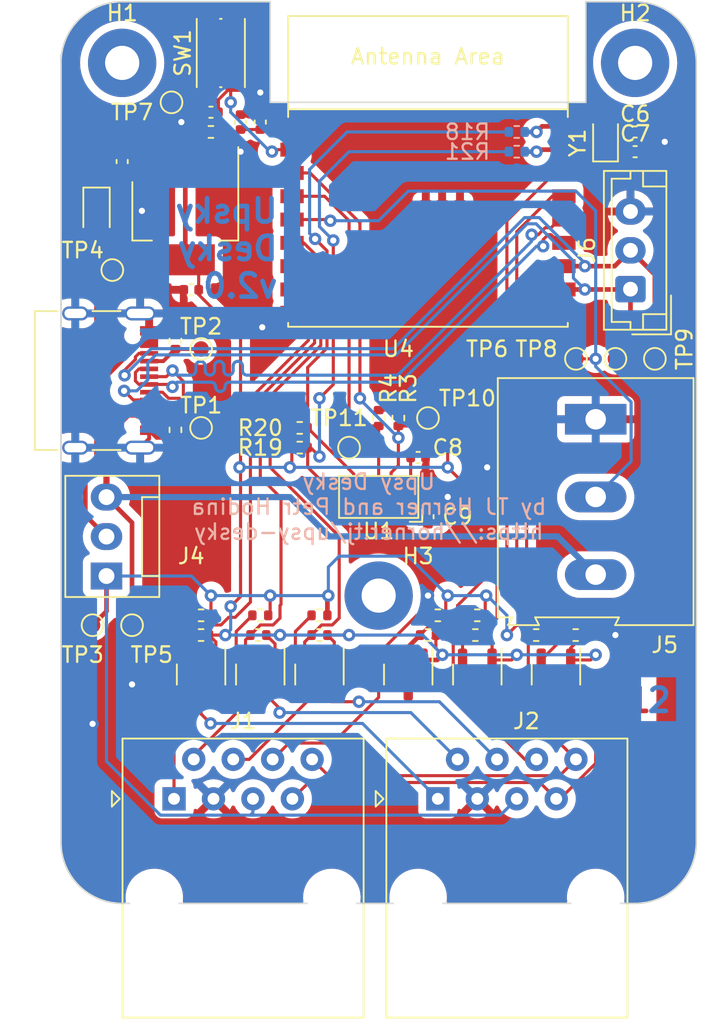
<source format=kicad_pcb>
(kicad_pcb (version 20221018) (generator pcbnew)
  (layers (0 "F.Cu" signal) (31 "B.Cu" signal) (34 "B.Paste" user) (35 "F.Paste" user) (36 "B.SilkS" user "B.Silkscreen") (37 "F.SilkS" user "F.Silkscreen") (38 "B.Mask" user) (39 "F.Mask" user) (44 "Edge.Cuts" user))
  (net 0 "")
  (net 1 "GND")
  (net 2 "VBUS")
  (net 3 "/DESK_2")
  (net 4 "/DESK_7")
  (net 5 "/DESK_8")
  (net 6 "+3V3")
  (net 7 "/GPIO1")
  (net 8 "VDD")
  (net 9 "/DESK_6")
  (net 10 "/DESK_4")
  (net 11 "/DESK_1")
  (net 12 "/EN")
  (net 13 "/USB_CC1")
  (net 14 "/USB_DP")
  (net 15 "/USB_DN")
  (net 16 "/USB_CC2")
  (net 17 "/LED_RGB")
  (net 18 "/DBG_RX")
  (net 19 "/GPIO0")
  (net 20 "/DBG_TX")
  (net 21 "/GPIO7")
  (net 22 "/GPIO2")
  (net 23 "/GPIO3")
  (net 24 "/GPIO8")
  (net 25 "/GPIO9")
  (net 26 "/GPIO10")
  (net 27 "/SCL")
  (net 28 "/SDA")
  (net 29 "/INT")
  (net 30 "Net-(U1-XSHUT)")
  (net 32 "Net-(D1-K)")
  (net 33 "Net-(D1-A)")
  (footprint "Resistor_SMD:R_0402_1005Metric" (layer "F.Cu") (at 149.86 111.76)
    (fp_text reference "R11" hide)
    (fp_text value "10k")
  )
  (footprint "Resistor_SMD:R_0402_1005Metric" (layer "F.Cu") (at 139.065 110.49)
    (fp_text reference "R12" hide)
    (fp_text value "10k")
  )
  (footprint "Resistor_SMD:R_0402_1005Metric" (layer "F.Cu") (at 142.875 110.49)
    (fp_text reference "R9" hide)
    (fp_text value "10k")
  )
  (footprint "Connector_RJ:RJ45_Amphenol_54602-x08_Horizontal" (layer "F.Cu") (at 133.5125 122.301)
    (fp_text reference "J1")
    (fp_text value "RJ45")
  )
  (footprint "Connector_JST:JST_EH_B3B-EH-A_1x03_P2.50mm_Vertical" (layer "F.Cu") (at 162.895 89.495 90)
    (fp_text reference "J6")
    (fp_text value "Conn_01x03_Pin")
  )
  (footprint "Package_TO_SOT_SMD:SOT-23" (layer "F.Cu") (at 135.255 114.3 -90)
    (fp_text reference "Q3" hide)
    (fp_text value "2N7002")
  )
  (footprint "Connector:FanPinHeader_1x03_P2.54mm_Vertical" (layer "F.Cu") (at 129.165 107.96 90)
    (fp_text reference "J4")
    (fp_text value "Conn_01x03_Socket")
  )
  (footprint "Capacitor_SMD:C_0402_1005Metric" (layer "F.Cu") (at 134.62 89.535 180)
    (fp_text reference "C2" hide)
    (fp_text value "10u")
  )
  (footprint "TerminalBlock:TerminalBlock_Altech_AK300-3_P5.00mm" (layer "F.Cu") (at 160.655 97.87 -90)
    (fp_text reference "J5")
    (fp_text value "Screw_Terminal_01x03")
  )
  (footprint "TestPoint:TestPoint_Pad_D1.0mm" (layer "F.Cu") (at 135.255 93.345)
    (fp_text reference "TP2")
    (fp_text value "TestPoint")
  )
  (footprint "Connector_USB:USB_C_Receptacle_Palconn_UTC16-G" (layer "F.Cu") (at 129.399 95.377 -90)
    (fp_text reference "J3" hide)
    (fp_text value "USB_C_ReceptacleUSB2.0")
  )
  (footprint "Package_TO_SOT_SMD:SOT-23" (layer "F.Cu") (at 153.035 114.3 -90)
    (fp_text reference "Q8" hide)
    (fp_text value "2N7002")
  )
  (footprint "Package_TO_SOT_SMD:SOT-23" (layer "F.Cu") (at 158.0975 114.3 -90)
    (fp_text reference "Q7" hide)
    (fp_text value "2N7002")
  )
  (footprint "TestPoint:TestPoint_Pad_D1.0mm" (layer "F.Cu") (at 135.255 98.425)
    (fp_text reference "TP1")
    (fp_text value "TestPoint")
  )
  (footprint "Resistor_SMD:R_0402_1005Metric" (layer "F.Cu") (at 153.035 110.49)
    (fp_text reference "R17" hide)
    (fp_text value "10k")
  )
  (footprint "Sensor_Distance:ST_VL53L1x" (layer "F.Cu") (at 146.685 102.87 180)
    (fp_text reference "U1")
    (fp_text value "VL53L0CXV0DH1")
  )
  (footprint "Capacitor_SMD:C_0402_1005Metric" (layer "F.Cu") (at 135.89 78.105 180)
    (fp_text reference "C3" hide)
    (fp_text value "1u")
  )
  (footprint "Resistor_SMD:R_0402_1005Metric" (layer "F.Cu") (at 152.91 111.76)
    (fp_text reference "R16" hide)
    (fp_text value "10k")
  )
  (footprint "Resistor_SMD:R_0402_1005Metric" (layer "F.Cu") (at 138.94 111.76)
    (fp_text reference "R10" hide)
    (fp_text value "10k")
  )
  (footprint "TestPoint:TestPoint_Pad_D1.0mm" (layer "F.Cu") (at 129.54 88.265)
    (fp_text reference "TP4")
    (fp_text value "TestPoint")
  )
  (footprint "Diode_SMD:D_SOD-323" (layer "F.Cu") (at 128.524 84.455 -90)
    (fp_text reference "D1" hide)
    (fp_text value "1N5817")
  )
  (footprint "Capacitor_SMD:C_0402_1005Metric" (layer "F.Cu") (at 149.225 100.33)
    (fp_text reference "C8")
    (fp_text value "4.7u")
  )
  (footprint "TestPoint:TestPoint_Pad_D1.0mm" (layer "F.Cu") (at 130.81 111.125)
    (fp_text reference "TP5")
    (fp_text value "TestPoint")
  )
  (footprint "Package_TO_SOT_SMD:SOT-23" (layer "F.Cu") (at 148.59 114.3 -90)
    (fp_text reference "Q6" hide)
    (fp_text value "2N7002")
  )
  (footprint "Resistor_SMD:R_0402_1005Metric" (layer "F.Cu") (at 133.604 98.552 90)
    (fp_text reference "R1" hide)
    (fp_text value "5.1k" hide)
  )
  (footprint "Resistor_SMD:R_0402_1005Metric" (layer "F.Cu") (at 147.955 97.79 -90)
    (fp_text reference "R3")
    (fp_text value "2k2")
  )
  (footprint "Resistor_SMD:R_0402_1005Metric" (layer "F.Cu") (at 150.495 110.49)
    (fp_text reference "R13" hide)
    (fp_text value "10k")
  )
  (footprint "Connector_RJ:RJ45_Amphenol_54602-x08_Horizontal" (layer "F.Cu") (at 150.495 122.301)
    (fp_text reference "J2")
    (fp_text value "RJ45")
  )
  (footprint "Capacitor_SMD:C_0402_1005Metric" (layer "F.Cu") (at 163.195 79.375)
    (fp_text reference "C6")
    (fp_text value "15p")
  )
  (footprint "MountingHole:MountingHole_2.2mm_M2_Pad" (layer "F.Cu") (at 163.195 74.93)
    (fp_text reference "H2")
    (fp_text value "MountingHole")
  )
  (footprint "Resistor_SMD:R_0402_1005Metric" (layer "F.Cu") (at 146.685 97.79 -90)
    (fp_text reference "R4")
    (fp_text value "2k2")
  )
  (footprint "Capacitor_SMD:C_0402_1005Metric" (layer "F.Cu") (at 139.065 78.74 90)
    (fp_text reference "C4" hide)
    (fp_text value "0.1u")
  )
  (footprint "MountingHole:MountingHole_2.2mm_M2_Pad" (layer "F.Cu") (at 146.685 109.22)
    (fp_text reference "H3")
    (fp_text value "MountingHole")
  )
  (footprint "Capacitor_SMD:C_0402_1005Metric" (layer "F.Cu") (at 149.86 104.14 90)
    (fp_text reference "C9")
    (fp_text value "100n")
  )
  (footprint "TestPoint:TestPoint_Pad_D1.0mm" (layer "F.Cu") (at 144.78 99.695 180)
    (fp_text reference "TP11")
    (fp_text value "TestPoint")
  )
  (footprint "Resistor_SMD:R_0402_1005Metric" (layer "F.Cu") (at 159.3675 111.76)
    (fp_text reference "R14" hide)
    (fp_text value "10k")
  )
  (footprint "TestPoint:TestPoint_Pad_D1.0mm" (layer "F.Cu") (at 128.27 111.125)
    (fp_text reference "TP3")
    (fp_text value "TestPoint")
  )
  (footprint "TestPoint:TestPoint_Pad_D1.0mm" (layer "F.Cu") (at 161.925 93.98)
    (fp_text reference "TP8")
    (fp_text value "TestPoint")
  )
  (footprint "Resistor_SMD:R_0402_1005Metric" (layer "F.Cu") (at 135.255 110.49)
    (fp_text reference "R8" hide)
    (fp_text value "10k")
  )
  (footprint "Resistor_SMD:R_0402_1005Metric" (layer "F.Cu") (at 141.605 99.695)
    (fp_text reference "R19")
    (fp_text value "10k")
  )
  (footprint "Capacitor_SMD:C_0402_1005Metric" (layer "F.Cu") (at 163.195 80.645)
    (fp_text reference "C7")
    (fp_text value "15p")
  )
  (footprint "MountingHole:MountingHole_2.2mm_M2_Pad" (layer "F.Cu") (at 130.175 74.93)
    (fp_text reference "H1")
    (fp_text value "MountingHole")
  )
  (footprint "Resistor_SMD:R_0402_1005Metric" (layer "F.Cu") (at 135.255 111.76)
    (fp_text reference "R6" hide)
    (fp_text value "10k")
  )
  (footprint "TestPoint:TestPoint_Pad_D1.0mm" (layer "F.Cu") (at 159.385 93.98)
    (fp_text reference "TP6")
    (fp_text value "TestPoint")
  )
  (footprint "Capacitor_SMD:C_0402_1005Metric" (layer "F.Cu") (at 137.795 78.74 90)
    (fp_text reference "C5" hide)
    (fp_text value "10u")
  )
  (footprint "Package_TO_SOT_SMD:SOT-23" (layer "F.Cu") (at 139.065 114.3 -90)
    (fp_text reference "Q5" hide)
    (fp_text value "2N7002")
  )
  (footprint "Resistor_SMD:R_0402_1005Metric" (layer "F.Cu") (at 133.604 92.837 -90)
    (fp_text reference "R2" hide)
    (fp_text value "5.1k")
  )
  (footprint "Resistor_SMD:R_0402_1005Metric" (layer "F.Cu") (at 135.89 79.375)
    (fp_text reference "R5" hide)
    (fp_text value "10k")
  )
  (footprint "Capacitor_SMD:C_0402_1005Metric" (layer "F.Cu") (at 130.175 81.28 90)
    (fp_text reference "C1" hide)
    (fp_text value "10u")
  )
  (footprint "PCM_Espressif:ESP32-C3-WROOM-02" (layer "F.Cu") (at 149.86 84.915)
    (fp_text reference "U4")
    (fp_text value "ESP32-C3-WROOM-02")
  )
  (footprint "Package_TO_SOT_SMD:SOT-223-3_TabPin2" (layer "F.Cu") (at 134.239 84.455 -90)
    (fp_text reference "U2" hide)
    (fp_text value "AMS1117-3.3")
  )
  (footprint "Button_Switch_SMD:SW_Push_1P1T_NO_CK_KMR2" (layer "F.Cu") (at 136.525 74.295 90)
    (fp_text reference "SW1")
    (fp_text value "SW_Push")
  )
  (footprint "Resistor_SMD:R_0402_1005Metric" (layer "F.Cu") (at 142.875 111.76)
    (fp_text reference "R7" hide)
    (fp_text value "10k")
  )
  (footprint "Crystal:Crystal_SMD_2012-2Pin_2.0x1.2mm" (layer "F.Cu") (at 161.29 80.075 90)
    (fp_text reference "Y1")
    (fp_text value "32K")
  )
  (footprint "Resistor_SMD:R_0402_1005Metric" (layer "F.Cu") (at 156.8275 111.76)
    (fp_text reference "R15" hide)
    (fp_text value "10k")
  )
  (footprint "TestPoint:TestPoint_Pad_D1.0mm" (layer "F.Cu") (at 149.86 97.79 180)
    (fp_text reference "TP10")
    (fp_text value "TestPoint")
  )
  (footprint "TestPoint:TestPoint_Pad_D1.0mm" (layer "F.Cu") (at 133.35 77.47)
    (fp_text reference "TP7")
    (fp_text value "TestPoint")
  )
  (footprint "Resistor_SMD:R_0402_1005Metric" (layer "F.Cu") (at 141.605 98.425)
    (fp_text reference "R20")
    (fp_text value "10k")
  )
  (footprint "Package_TO_SOT_SMD:SOT-23" (layer "F.Cu") (at 142.875 114.3 -90)
    (fp_text reference "Q4" hide)
    (fp_text value "2N7002")
  )
  (footprint "TestPoint:TestPoint_Pad_D1.0mm" (layer "F.Cu") (at 164.465 93.98)
    (fp_text reference "TP9")
    (fp_text value "TestPoint")
  )
  (footprint "Resistor_SMD:R_0402_1005Metric" (layer "B.Cu") (at 155.575 79.375)
    (fp_text reference "R18")
    (fp_text value "0")
  )
  (footprint "Resistor_SMD:R_0402_1005Metric" (layer "B.Cu") (at 155.575 80.645)
    (fp_text reference "R21")
    (fp_text value "0")
  )
  (gr_line (start 167.132 74.93) (end 167.132 125.095) (stroke (width 0.1)) (layer "Edge.Cuts"))
  (gr_line (start 160.02 77.47) (end 160.02 70.993) (stroke (width 0.1)) (layer "Edge.Cuts"))
  (gr_line (start 126.238 125.095) (end 126.238 74.422) (stroke (width 0.1)) (layer "Edge.Cuts"))
  (gr_line (start 160.02 70.993) (end 163.195 70.993) (stroke (width 0.1)) (layer "Edge.Cuts"))
  (gr_line (start 139.7 77.47) (end 160.02 77.47) (stroke (width 0.1)) (layer "Edge.Cuts"))
  (gr_arc (start 163.195 70.993) (mid 165.97888 72.14612) (end 167.132 74.93) (stroke (width 0.1)) (layer "Edge.Cuts"))
  (gr_line (start 139.7 70.993) (end 139.7 77.47) (stroke (width 0.1)) (layer "Edge.Cuts"))
  (gr_arc (start 126.238 74.93) (mid 127.39112 72.14612) (end 130.175 70.993) (stroke (width 0.1)) (layer "Edge.Cuts"))
  (gr_line (start 130.175 129.032) (end 163.195 129.032) (stroke (width 0.1)) (layer "Edge.Cuts"))
  (gr_line (start 130.175 70.993) (end 139.7 70.993) (stroke (width 0.1)) (layer "Edge.Cuts"))
  (gr_arc (start 130.175 129.032) (mid 127.39112 127.87888) (end 126.238 125.095) (stroke (width 0.1)) (layer "Edge.Cuts"))
  (gr_arc (start 167.132 125.095) (mid 165.97888 127.87888) (end 163.195 129.032) (stroke (width 0.1)) (layer "Edge.Cuts"))
  (gr_text "1" (at 162.56 116.84) (layer "F.Cu") (effects (font (size 1.5 1.5) (thickness 0.3) bold) (justify left bottom)))
  (gr_text "Upsky\nDesky\nv2.0" (at 140.335 90.17) (layer "B.Cu") (effects (font (size 1.5 1.5) (thickness 0.3) bold) (justify left bottom mirror)))
  (gr_text "2" (at 163.83 116.84) (layer "B.Cu") (effects (font (size 1.5 1.5) (thickness 0.3) bold) (justify left bottom)))
  (gr_text "Upsy Desky\nby TJ Horner and Petr Hodina\nhttps://horner.tj/upsy-desky" (at 146.05 103.505) (layer "B.SilkS") (effects (font (size 1 1)) (justify mirror)))
  (segment (start 146.685 103.67) (end 147.485 103.67) (width 0.2) (layer "F.Cu") (net 1))
  (segment (start 145.335 102.87) (end 145.085 102.87) (width 0.2) (layer "F.Cu") (net 1))
  (segment (start 133.604 92.327) (end 132.059 92.327) (width 0.25) (layer "F.Cu") (net 1))
  (segment (start 148.285 102.87) (end 148.035 102.87) (width 0.2) (layer "F.Cu") (net 1))
  (segment (start 132.394 99.062) (end 131.909 98.577) (width 0.25) (layer "F.Cu") (net 1))
  (segment (start 151.13 102.87) (end 148.285 102.87) (width 0.2) (layer "F.Cu") (net 1))
  (segment (start 147.485 103.42) (end 147.485 103.67) (width 0.2) (layer "F.Cu") (net 1))
  (segment (start 132.059 92.327) (end 131.909 92.177) (width 0.25) (layer "F.Cu") (net 1))
  (segment (start 145.885 103.67) (end 146.685 103.67) (width 0.2) (layer "F.Cu") (net 1))
  (segment (start 145.885 103.42) (end 145.335 102.87) (width 0.2) (layer "F.Cu") (net 1))
  (segment (start 148.035 102.87) (end 147.485 103.42) (width 0.2) (layer "F.Cu") (net 1))
  (segment (start 133.604 99.062) (end 132.394 99.062) (width 0.25) (layer "F.Cu") (net 1))
  (segment (start 145.885 103.67) (end 145.885 103.42) (width 0.2) (layer "F.Cu") (net 1))
  (segment (start 133.985 78.74) (end 134.775 78.74) (width 0.2) (layer "F.Cu") (net 1))
  (segment (start 131.909 99.117) (end 131.329 99.697) (width 0.25) (layer "F.Cu") (net 1))
  (segment (start 131.909 98.577) (end 131.909 99.117) (width 0.25) (layer "F.Cu") (net 1))
  (segment (start 134.775 78.74) (end 135.41 78.105) (width 0.2) (layer "F.Cu") (net 1))
  (via (at 153.67 100.965) (size 0.8) (drill 0.4) (layers "F.Cu" "B.Cu") (net 1))
  (via (at 139.065 76.835) (size 0.8) (drill 0.4) (layers "F.Cu" "B.Cu") (net 1))
  (via (at 151.13 102.87) (size 0.8) (drill 0.4) (layers "F.Cu" "B.Cu") (net 1))
  (via (at 137.795 80.645) (size 0.8) (drill 0.4) (layers "F.Cu" "B.Cu") (net 1))
  (via (at 139.192 91.948) (size 0.8) (drill 0.4) (layers "F.Cu" "B.Cu") (net 1))
  (via (at 165.1 80.01) (size 0.8) (drill 0.4) (layers "F.Cu" "B.Cu") (net 1))
  (via (at 133.985 78.74) (size 0.8) (drill 0.4) (layers "F.Cu" "B.Cu") (net 1))
  (via (at 128.27 117.475) (size 0.8) (drill 0.4) (layers "F.Cu" "B.Cu") (net 1))
  (via (at 149.86 109.22) (size 0.8) (drill 0.4) (layers "F.Cu" "B.Cu") (net 1))
  (via (at 131.445 84.455) (size 0.8) (drill 0.4) (layers "F.Cu" "B.Cu") (net 1))
  (via (at 161.925 111.76) (size 0.8) (drill 0.4) (layers "F.Cu" "B.Cu") (net 1))
  (via (at 130.81 114.935) (size 0.8) (drill 0.4) (layers "F.Cu" "B.Cu") (net 1))
  (segment (start 130.559051 97.567) (end 131.124024 97.567) (width 0.4) (layer "F.Cu") (net 2))
  (segment (start 130.81 104.525) (end 130.81 111.125) (width 0.3) (layer "F.Cu") (net 2))
  (segment (start 129.165 95.08034) (end 131.05834 93.187) (width 0.3) (layer "F.Cu") (net 2))
  (segment (start 131.124024 97.567) (end 131.184024 97.627) (width 0.4) (layer "F.Cu") (net 2))
  (segment (start 129.165 98.961051) (end 129.165 95.146024) (width 0.4) (layer "F.Cu") (net 2))
  (segment (start 129.165 102.88) (end 130.81 104.525) (width 0.3) (layer "F.Cu") (net 2))
  (segment (start 131.329 92.977) (end 129.165 95.141) (width 0.2) (layer "F.Cu") (net 2))
  (segment (start 129.165 102.88) (end 129.165 98.961051) (width 0.4) (layer "F.Cu") (net 2))
  (segment (start 131.184024 97.627) (end 131.759 97.627) (width 0.4) (layer "F.Cu") (net 2))
  (segment (start 131.759 97.627) (end 131.909 97.777) (width 0.4) (layer "F.Cu") (net 2))
  (segment (start 129.165 95.141) (end 129.165 95.146024) (width 0.2) (layer "F.Cu") (net 2))
  (segment (start 129.165 95.146024) (end 129.165 95.08034) (width 0.3) (layer "F.Cu") (net 2))
  (segment (start 131.909 92.977) (end 131.329 92.977) (width 0.2) (layer "F.Cu") (net 2))
  (segment (start 129.165 98.961051) (end 130.559051 97.567) (width 0.4) (layer "F.Cu") (net 2))
  (segment (start 158.195 105.41) (end 160.655 107.87) (width 0.4) (layer "B.Cu") (net 2))
  (segment (start 140.98 102.88) (end 143.51 105.41) (width 0.4) (layer "B.Cu") (net 2))
  (segment (start 129.165 102.88) (end 140.98 102.88) (width 0.4) (layer "B.Cu") (net 2))
  (segment (start 143.51 105.41) (end 158.195 105.41) (width 0.4) (layer "B.Cu") (net 2))
  (segment (start 137.515 111.53) (end 138.555 110.49) (width 0.2) (layer "F.Cu") (net 3))
  (segment (start 139.065 115.2375) (end 140.309128 116.481628) (width 0.2) (layer "F.Cu") (net 3))
  (segment (start 140.309128 116.481628) (end 140.309128 116.749628) (width 0.2) (layer "F.Cu") (net 3))
  (segment (start 139.065 115.2375) (end 138.616104 115.2375) (width 0.2) (layer "F.Cu") (net 3))
  (segment (start 134.7825 119.52) (end 134.7825 119.761) (width 0.2) (layer "F.Cu") (net 3))
  (segment (start 139.065 115.2375) (end 134.7825 119.52) (width 0.2) (layer "F.Cu") (net 3))
  (segment (start 137.515 114.136396) (end 137.515 111.53) (width 0.2) (layer "F.Cu") (net 3))
  (segment (start 138.616104 115.2375) (end 137.515 114.136396) (width 0.2) (layer "F.Cu") (net 3))
  (via (at 140.309128 116.749628) (size 0.8) (drill 0.4) (layers "F.Cu" "B.Cu") (net 3))
  (segment (start 148.753628 116.749628) (end 151.765 119.761) (width 0.2) (layer "B.Cu") (net 3))
  (segment (start 140.309128 116.749628) (end 148.753628 116.749628) (width 0.2) (layer "B.Cu") (net 3))
  (segment (start 157.648604 115.2375) (end 156.3175 113.906396) (width 0.2) (layer "F.Cu") (net 4))
  (segment (start 160.655 120.015) (end 160.655 117.475) (width 0.2) (layer "F.Cu") (net 4))
  (segment (start 160.655 117.475) (end 158.75 115.57) (width 0.2) (layer "F.Cu") (net 4))
  (segment (start 158.43 115.57) (end 158.0975 115.2375) (width 0.2) (layer "F.Cu") (net 4))
  (segment (start 156.3175 113.906396) (end 156.3175 111.76) (width 0.2) (layer "F.Cu") (net 4))
  (segment (start 158.0975 115.2375) (end 157.648604 115.2375) (width 0.2) (layer "F.Cu") (net 4))
  (segment (start 158.369 122.301) (end 160.655 120.015) (width 0.2) (layer "F.Cu") (net 4))
  (segment (start 157.065 121.251) (end 158.115 122.301) (width 0.2) (layer "F.Cu") (net 4))
  (segment (start 141.1325 122.301) (end 142.1825 121.251) (width 0.2) (layer "F.Cu") (net 4))
  (segment (start 158.115 122.301) (end 158.369 122.301) (width 0.2) (layer "F.Cu") (net 4))
  (segment (start 158.75 115.57) (end 158.43 115.57) (width 0.2) (layer "F.Cu") (net 4))
  (segment (start 142.1825 121.251) (end 157.065 121.251) (width 0.2) (layer "F.Cu") (net 4))
  (segment (start 152.586104 115.2375) (end 151.485 114.136396) (width 0.2) (layer "F.Cu") (net 5))
  (segment (start 151.485 114.136396) (end 151.485 111.53) (width 0.2) (layer "F.Cu") (net 5))
  (segment (start 143.4525 120.811) (end 142.4025 119.761) (width 0.2) (layer "F.Cu") (net 5))
  (segment (start 154.8615 115.2375) (end 153.035 115.2375) (width 0.2) (layer "F.Cu") (net 5))
  (segment (start 153.035 115.2375) (end 152.586104 115.2375) (width 0.2) (layer "F.Cu") (net 5))
  (segment (start 151.485 111.53) (end 152.525 110.49) (width 0.2) (layer "F.Cu") (net 5))
  (segment (start 159.385 119.761) (end 158.335 120.811) (width 0.2) (layer "F.Cu") (net 5))
  (segment (start 158.335 120.811) (end 143.4525 120.811) (width 0.2) (layer "F.Cu") (net 5))
  (segment (start 154.8615 115.2375) (end 159.385 119.761) (width 0.2) (layer "F.Cu") (net 5))
  (segment (start 136.205 112.2) (end 135.765 111.76) (width 0.2) (layer "F.Cu") (net 6))
  (segment (start 134.239 81.305) (end 134.239 87.605) (width 0.3) (layer "F.Cu") (net 6))
  (segment (start 137.795 107.315) (end 137.795 109.2845) (width 0.2) (layer "F.Cu") (net 6))
  (segment (start 143.825 112.2) (end 143.385 111.76) (width 0.2) (layer "F.Cu") (net 6))
  (segment (start 151.83 101.665) (end 151.83 103.44) (width 0.2) (layer "F.Cu") (net 6))
  (segment (start 135.1 89.535) (end 135.1 88.466) (width 0.2) (layer "F.Cu") (net 6))
  (segment (start 160.3225 113.3625) (end 160.655 113.03) (width 0.2) (layer "F.Cu") (net 6))
  (segment (start 137.795 92.54) (end 137.795 100.965) (width 0.2) (layer "F.Cu") (net 6))
  (segment (start 137.01 80.005) (end 137.795 79.22) (width 0.2) (layer "F.Cu") (net 6))
  (segment (start 147.955 97.28) (end 148.461 96.774) (width 0.2) (layer "F.Cu") (net 6))
  (segment (start 151.13 97.79) (end 151.13 99.06) (width 0.2) (layer "F.Cu") (net 6))
  (segment (start 135.1 89.845) (end 137.795 92.54) (width 0.2) (layer "F.Cu") (net 6))
  (segment (start 137.795 100.965) (end 137.7305 100.965) (width 0.2) (layer "F.Cu") (net 6))
  (segment (start 137.795 79.22) (end 139.065 79.22) (width 0.2) (layer "F.Cu") (net 6))
  (segment (start 143.825 113.3625) (end 143.825 112.2) (width 0.2) (layer "F.Cu") (net 6))
  (segment (start 151.13 99.06) (end 151.13 100.965) (width 0.2) (layer "F.Cu") (net 6))
  (segment (start 150.37 111.76) (end 150.37 112.6145) (width 0.2) (layer "F.Cu") (net 6))
  (segment (start 150.175 111.955) (end 150.37 111.76) (width 0.2) (layer "F.Cu") (net 6))
  (segment (start 140.015 112.325) (end 139.45 111.76) (width 0.2) (layer "F.Cu") (net 6))
  (segment (start 149.235 104.62) (end 148.285 103.67) (width 0.2) (layer "F.Cu") (net 6))
  (segment (start 159.0475 113.3625) (end 159.0475 112.59) (width 0.2) (layer "F.Cu") (net 6))
  (segment (start 159.0475 112.59) (end 159.8775 111.76) (width 0.2) (layer "F.Cu") (net 6))
  (segment (start 135.539 80.005) (end 137.01 80.005) (width 0.2) (layer "F.Cu") (net 6))
  (segment (start 148.745 100.33) (end 148.745 101.61) (width 0.2) (layer "F.Cu") (net 6))
  (segment (start 140.335 111.76) (end 139.45 111.76) (width 0.2) (layer "F.Cu") (net 6))
  (segment (start 153.985 113.3625) (end 155.2425 113.3625) (width 0.2) (layer "F.Cu") (net 6))
  (segment (start 149.86 104.62) (end 149.235 104.62) (width 0.2) (layer "F.Cu") (net 6))
  (segment (start 150.114 96.774) (end 151.13 97.79) (width 0.2) (layer "F.Cu") (net 6))
  (segment (start 151.13 100.965) (end 151.83 101.665) (width 0.2) (layer "F.Cu") (net 6))
  (segment (start 151.13 99.06) (end 150.015 99.06) (width 0.2) (layer "F.Cu") (net 6))
  (segment (start 135.1 88.466) (end 134.239 87.605) (width 0.2) (layer "F.Cu") (net 6))
  (segment (start 135.1 89.535) (end 135.1 89.845) (width 0.2) (layer "F.Cu") (net 6))
  (segment (start 139.27 79.015) (end 139.065 79.22) (width 0.2) (layer "F.Cu") (net 6))
  (segment (start 144.78 111.76) (end 143.385 111.76) (width 0.2) (layer "F.Cu") (net 6))
  (segment (start 146.685 97.28) (end 147.955 97.28) (width 0.2) (layer "F.Cu") (net 6))
  (segment (start 135.38 80.164) (end 135.539 80.005) (width 0.2) (layer "F.Cu") (net 6))
  (segment (start 148.461 96.774) (end 150.114 96.774) (width 0.2) (layer "F.Cu") (net 6))
  (segment (start 135.38 79.375) (end 135.38 80.164) (width 0.2) (layer "F.Cu") (net 6))
  (segment (start 141.095 99.695) (end 141.095 100.84) (width 0.2) (layer "F.Cu") (net 6))
  (segment (start 150.65 104.62) (end 149.86 104.62) (width 0.2) (layer "F.Cu") (net 6))
  (segment (start 135.38 80.164) (end 134.239 81.305) (width 0.2) (layer "F.Cu") (net 6))
  (segment (start 151.83 103.44) (end 150.65 104.62) (width 0.2) (layer "F.Cu") (net 6))
  (segment (start 150.37 112.6145) (end 150.7855 113.03) (width 0.2) (layer "F.Cu") (net 6))
  (segment (start 141.11 79.015) (end 139.27 79.015) (width 0.2) (layer "F.Cu") (net 6))
  (segment (start 153.985 112.325) (end 153.42 111.76) (width 0.2) (layer "F.Cu") (net 6))
  (segment (start 149.54 113.3625) (end 150.453 113.3625) (width 0.3) (layer "F.Cu") (net 6))
  (segment (start 136.205 113.3625) (end 136.205 112.2) (width 0.2) (layer "F.Cu") (net 6))
  (segment (start 141.095 98.425) (end 141.095 99.695) (width 0.2) (layer "F.Cu") (net 6))
  (segment (start 153.985 113.3625) (end 153.985 112.325) (width 0.2) (layer "F.Cu") (net 6))
  (segment (start 141.095 100.84) (end 140.97 100.965) (width 0.2) (layer "F.Cu") (net 6))
  (segment (start 155.2425 113.3625) (end 155.575 113.03) (width 0.2) (layer "F.Cu") (net 6))
  (segment (start 150.453 113.3625) (end 150.7855 113.03) (width 0.3) (layer "F.Cu") (net 6))
  (segment (start 137.795 100.965) (end 137.795 107.315) (width 0.2) (layer "F.Cu") (net 6))
  (segment (start 150.015 99.06) (end 148.745 100.33) (width 0.2) (layer "F.Cu") (net 6))
  (segment (start 135.765 111.76) (end 136.8155 111.76) (width 0.2) (layer "F.Cu") (net 6))
  (segment (start 137.795 109.2845) (end 137.16 109.9195) (width 0.2) (layer "F.Cu") (net 6))
  (segment (start 148.745 101.61) (end 148.285 102.07) (width 0.2) (layer "F.Cu") (net 6))
  (segment (start 140.015 113.3625) (end 140.015 112.325) (width 0.2) (layer "F.Cu") (net 6))
  (segment (start 159.0475 113.3625) (end 160.3225 113.3625) (width 0.2) (layer "F.Cu") (net 6))
  (via (at 150.7855 113.03) (size 0.8) (drill 0.4) (layers "F.Cu" "B.Cu") (net 6))
  (via (at 136.8155 111.76) (size 0.8) (drill 0.4) (layers "F.Cu" "B.Cu") (net 6))
  (via (at 137.7305 100.965) (size 0.8) (drill 0.4) (layers "F.Cu" "B.Cu") (net 6))
  (via (at 140.97 100.965) (size 0.8) (drill 0.4) (layers "F.Cu" "B.Cu") (net 6))
  (via (at 144.78 111.76) (size 0.8) (drill 0.4) (layers "F.Cu" "B.Cu") (net 6))
  (via (at 140.335 111.76) (size 0.8) (drill 0.4) (layers "F.Cu" "B.Cu") (net 6))
  (via (at 155.575 113.03) (size 0.8) (drill 0.4) (layers "F.Cu" "B.Cu") (net 6))
  (via (at 151.13 100.965) (size 0.8) (drill 0.4) (layers "F.Cu" "B.Cu") (net 6))
  (via (at 137.16 109.9195) (size 0.8) (drill 0.4) (layers "F.Cu" "B.Cu") (net 6))
  (via (at 160.655 113.03) (size 0.8) (drill 0.4) (layers "F.Cu" "B.Cu") (net 6))
  (segment (start 155.575 113.03) (end 160.655 113.03) (width 0.2) (layer "B.Cu") (net 6))
  (segment (start 144.78 111.76) (end 149.5155 111.76) (width 0.2) (layer "B.Cu") (net 6))
  (segment (start 140.335 111.76) (end 144.78 111.76) (width 0.2) (layer "B.Cu") (net 6))
  (segment (start 140.97 100.965) (end 151.13 100.965) (width 0.2) (layer "B.Cu") (net 6))
  (segment (start 137.16 109.9195) (end 137.16 111.4155) (width 0.2) (layer "B.Cu") (net 6))
  (segment (start 136.8155 111.76) (end 140.335 111.76) (width 0.2) (layer "B.Cu") (net 6))
  (segment (start 137.7305 100.965) (end 140.97 100.965) (width 0.2) (layer "B.Cu") (net 6))
  (segment (start 137.16 111.4155) (end 136.8155 111.76) (width 0.2) (layer "B.Cu") (net 6))
  (segment (start 150.7855 113.03) (end 155.575 113.03) (width 0.2) (layer "B.Cu") (net 6))
  (segment (start 149.5155 111.76) (end 150.7855 113.03) (width 0.2) (layer "B.Cu") (net 6))
  (segment (start 162.715 80.645) (end 161.29 80.645) (width 0.3) (layer "F.Cu") (net 7))
  (segment (start 158.61 80.515) (end 156.975 80.515) (width 0.3) (layer "F.Cu") (net 7))
  (segment (start 161.29 80.645) (end 158.74 80.645) (width 0.3) (layer "F.Cu") (net 7))
  (segment (start 158.74 80.645) (end 158.61 80.515) (width 0.3) (layer "F.Cu") (net 7))
  (segment (start 161.29 80.775) (end 161.29 80.645) (width 0.3) (layer "F.Cu") (net 7))
  (segment (start 156.975 80.515) (end 156.845 80.645) (width 0.3) (layer "F.Cu") (net 7))
  (via (at 156.845 80.645) (size 0.8) (drill 0.4) (layers "F.Cu" "B.Cu") (net 7))
  (segment (start 156.845 80.645) (end 156.085 80.645) (width 0.3) (layer "B.Cu") (net 7))
  (segment (start 143.385 109.2805) (end 143.4455 109.22) (width 0.3) (layer "F.Cu") (net 8))
  (segment (start 139.7 110.365) (end 139.575 110.49) (width 0.2) (layer "F.Cu") (net 8))
  (segment (start 151.005 109.345) (end 151.13 109.22) (width 0.2) (layer "F.Cu") (net 8))
  (segment (start 153.545 109.2805) (end 153.6055 109.22) (width 0.2) (layer "F.Cu") (net 8))
  (segment (start 156.7175 111.14) (end 155.56 111.14) (width 0.2) (layer "F.Cu") (net 8))
  (segment (start 135.89 109.22) (end 135.89 110.365) (width 0.2) (layer "F.Cu") (net 8))
  (segment (start 143.385 110.49) (end 143.385 109.2805) (width 0.3) (layer "F.Cu") (net 8))
  (segment (start 139.7 109.22) (end 139.7 110.365) (width 0.2) (layer "F.Cu") (net 8))
  (segment (start 129.165 110.23) (end 128.27 111.125) (width 0.3) (layer "F.Cu") (net 8))
  (segment (start 157.3375 111.76) (end 156.7175 111.14) (width 0.2) (layer "F.Cu") (net 8))
  (segment (start 153.545 110.49) (end 153.545 109.2805) (width 0.2) (layer "F.Cu") (net 8))
  (segment (start 155.56 111.14) (end 154.94 111.76) (width 0.2) (layer "F.Cu") (net 8))
  (segment (start 135.89 110.365) (end 135.765 110.49) (width 0.2) (layer "F.Cu") (net 8))
  (segment (start 151.005 110.49) (end 151.005 109.345) (width 0.2) (layer "F.Cu") (net 8))
  (segment (start 129.165 107.96) (end 129.165 110.23) (width 0.3) (layer "F.Cu") (net 8))
  (via (at 154.94 111.76) (size 0.8) (drill 0.4) (layers "F.Cu" "B.Cu") (net 8))
  (via (at 135.89 109.22) (size 0.8) (drill 0.4) (layers "F.Cu" "B.Cu") (net 8))
  (via (at 153.6055 109.22) (size 0.8) (drill 0.4) (layers "F.Cu" "B.Cu") (net 8))
  (via (at 139.7 109.22) (size 0.8) (drill 0.4) (layers "F.Cu" "B.Cu") (net 8))
  (via (at 143.4455 109.22) (size 0.8) (drill 0.4) (layers "F.Cu" "B.Cu") (net 8))
  (via (at 151.13 109.22) (size 0.8) (drill 0.4) (layers "F.Cu" "B.Cu") (net 8))
  (segment (start 148.59 106.68) (end 151.13 109.22) (width 0.2) (layer "B.Cu") (net 8))
  (segment (start 153.67 109.22) (end 154.94 110.49) (width 0.2) (layer "B.Cu") (net 8))
  (segment (start 129.165 107.96) (end 134.63 107.96) (width 0.2) (layer "B.Cu") (net 8))
  (segment (start 138.5925 123.1885) (end 138.43 123.351) (width 0.2) (layer "B.Cu") (net 8))
  (segment (start 143.4455 109.22) (end 143.4455 107.3795) (width 0.2) (layer "B.Cu") (net 8))
  (segment (start 154.94 110.49) (end 154.94 111.76) (width 0.2) (layer "B.Cu") (net 8))
  (segment (start 135.89 109.22) (end 139.7 109.22) (width 0.2) (layer "B.Cu") (net 8))
  (segment (start 143.4455 107.3795) (end 144.145 106.68) (width 0.2) (layer "B.Cu") (net 8))
  (segment (start 134.63 107.96) (end 135.89 109.22) (width 0.2) (layer "B.Cu") (net 8))
  (segment (start 138.5925 122.301) (end 138.5925 123.1885) (width 0.2) (layer "B.Cu") (net 8))
  (segment (start 151.13 109.22) (end 153.67 109.22) (width 0.2) (layer "B.Cu") (net 8))
  (segment (start 155.575 122.301) (end 154.525 123.351) (width 0.2) (layer "B.Cu") (net 8))
  (segment (start 154.525 123.351) (end 138.43 123.351) (width 0.2) (layer "B.Cu") (net 8))
  (segment (start 129.165 119.877764) (end 129.165 107.96) (width 0.2) (layer "B.Cu") (net 8))
  (segment (start 132.638236 123.351) (end 129.165 119.877764) (width 0.2) (layer "B.Cu") (net 8))
  (segment (start 138.43 123.351) (end 132.638236 123.351) (width 0.2) (layer "B.Cu") (net 8))
  (segment (start 139.7 109.22) (end 143.4455 109.22) (width 0.2) (layer "B.Cu") (net 8))
  (segment (start 144.145 106.68) (end 148.59 106.68) (width 0.2) (layer "B.Cu") (net 8))
  (segment (start 148.59 115.2375) (end 146.685 115.2375) (width 0.2) (layer "F.Cu") (net 9))
  (segment (start 146.685 115.770078) (end 143.744078 118.711) (width 0.2) (layer "F.Cu") (net 9))
  (segment (start 149.985 110.49) (end 149.138604 110.49) (width 0.2) (layer "F.Cu") (net 9))
  (segment (start 149.138604 110.49) (end 146.685 112.943604) (width 0.2) (layer "F.Cu") (net 9))
  (segment (start 143.744078 118.711) (end 140.9125 118.711) (width 0.2) (layer "F.Cu") (net 9))
  (segment (start 140.9125 118.711) (end 139.8625 119.761) (width 0.2) (layer "F.Cu") (net 9))
  (segment (start 151.5715 115.2375) (end 148.59 115.2375) (width 0.2) (layer "F.Cu") (net 9))
  (segment (start 146.685 115.2375) (end 146.685 115.770078) (width 0.2) (layer "F.Cu") (net 9))
  (segment (start 156.845 119.761) (end 156.095 119.761) (width 0.2) (layer "F.Cu") (net 9))
  (segment (start 146.685 112.943604) (end 146.685 115.2375) (width 0.2) (layer "F.Cu") (net 9))
  (segment (start 156.095 119.761) (end 151.5715 115.2375) (width 0.2) (layer "F.Cu") (net 9))
  (segment (start 137.3225 119.761) (end 138.3515 119.761) (width 0.2) (layer "F.Cu") (net 10))
  (segment (start 145.415 116.050128) (end 143.687628 116.050128) (width 0.2) (layer "F.Cu") (net 10))
  (segment (start 142.875 115.2375) (end 142.426104 115.2375) (width 0.2) (layer "F.Cu") (net 10))
  (segment (start 141.325 114.136396) (end 141.325 111.53) (width 0.2) (layer "F.Cu") (net 10))
  (segment (start 141.325 111.53) (end 142.365 110.49) (width 0.2) (layer "F.Cu") (net 10))
  (segment (start 138.3515 119.761) (end 142.875 115.2375) (width 0.2) (layer "F.Cu") (net 10))
  (segment (start 143.687628 116.050128) (end 142.875 115.2375) (width 0.2) (layer "F.Cu") (net 10))
  (segment (start 142.426104 115.2375) (end 141.325 114.136396) (width 0.2) (layer "F.Cu") (net 10))
  (via (at 145.415 116.050128) (size 0.8) (drill 0.4) (layers "F.Cu" "B.Cu") (net 10))
  (segment (start 150.594128 116.050128) (end 145.415 116.050128) (width 0.2) (layer "B.Cu") (net 10))
  (segment (start 154.305 119.761) (end 150.594128 116.050128) (width 0.2) (layer "B.Cu") (net 10))
  (segment (start 133.5125 116.98) (end 133.5125 122.301) (width 0.2) (layer "F.Cu") (net 11))
  (segment (start 135.255 115.2375) (end 135.255 116.84) (width 0.2) (layer "F.Cu") (net 11))
  (segment (start 135.255 116.84) (end 135.864128 117.449128) (width 0.2) (layer "F.Cu") (net 11))
  (segment (start 135.255 115.2375) (end 133.5125 116.98) (width 0.2) (layer "F.Cu") (net 11))
  (segment (start 133.705 111.53) (end 134.745 110.49) (width 0.2) (layer "F.Cu") (net 11))
  (segment (start 133.705 114.136396) (end 133.705 111.53) (width 0.2) (layer "F.Cu") (net 11))
  (segment (start 135.255 115.2375) (end 134.806104 115.2375) (width 0.2) (layer "F.Cu") (net 11))
  (segment (start 134.806104 115.2375) (end 133.705 114.136396) (width 0.2) (layer "F.Cu") (net 11))
  (via (at 135.864128 117.449128) (size 0.8) (drill 0.4) (layers "F.Cu" "B.Cu") (net 11))
  (segment (start 135.864128 117.449128) (end 145.643128 117.449128) (width 0.2) (layer "B.Cu") (net 11))
  (segment (start 145.643128 117.449128) (end 150.495 122.301) (width 0.2) (layer "B.Cu") (net 11))
  (segment (start 136.37 77.3) (end 137.325 76.345) (width 0.2) (layer "F.Cu") (net 12))
  (segment (start 136.4 78.135) (end 136.37 78.105) (width 0.2) (layer "F.Cu") (net 12))
  (segment (start 136.37 78.105) (end 136.37 77.3) (width 0.2) (layer "F.Cu") (net 12))
  (segment (start 133.35 77.47) (end 136.2 77.47) (width 0.2) (layer "F.Cu") (net 12))
  (segment (start 137.16 77.47) (end 137.16 76.51) (width 0.2) (layer "F.Cu") (net 12))
  (segment (start 141.11 80.515) (end 139.939371 80.515) (width 0.2) (layer "F.Cu") (net 12))
  (segment (start 137.325 72.245) (end 137.325 76.345) (width 0.2) (layer "F.Cu") (net 12))
  (segment (start 137.16 76.51) (end 137.325 76.345) (width 0.2) (layer "F.Cu") (net 12))
  (segment (start 136.4 79.375) (end 136.4 78.135) (width 0.2) (layer "F.Cu") (net 12))
  (segment (start 136.2 77.47) (end 136.37 77.3) (width 0.2) (layer "F.Cu") (net 12))
  (segment (start 139.939371 80.515) (end 139.8145 80.639871) (width 0.2) (layer "F.Cu") (net 12))
  (via (at 137.16 77.47) (size 0.8) (drill 0.4) (layers "F.Cu" "B.Cu") (net 12))
  (via (at 139.8145 80.639871) (size 0.8) (drill 0.4) (layers "F.Cu" "B.Cu") (net 12))
  (segment (start 137.16 78.105) (end 137.16 77.47) (width 0.2) (layer "B.Cu") (net 12))
  (segment (start 139.694871 80.639871) (end 137.16 78.105) (width 0.2) (layer "B.Cu") (net 12))
  (segment (start 139.8145 80.639871) (end 139.694871 80.639871) (width 0.2) (layer "B.Cu") (net 12))
  (segment (start 132.824 94.127) (end 131.909 94.127) (width 0.25) (layer "F.Cu") (net 13))
  (segment (start 133.604 93.347) (end 135.253 93.347) (width 0.25) (layer "F.Cu") (net 13))
  (segment (start 133.604 93.347) (end 132.824 94.127) (width 0.25) (layer "F.Cu") (net 13))
  (segment (start 135.253 93.347) (end 135.255 93.345) (width 0.25) (layer "F.Cu") (net 13))
  (segment (start 134.114 96.391) (end 133.985 96.52) (width 0.2) (layer "F.Cu") (net 14))
  (segment (start 132.769474 96.127) (end 131.909 96.127) (width 0.2) (layer "F.Cu") (net 14))
  (segment (start 134.114 95.431576) (end 134.114 96.391) (width 0.2) (layer "F.Cu") (net 14))
  (segment (start 133.985 96.52) (end 133.162474 96.52) (width 0.2) (layer "F.Cu") (net 14))
  (segment (start 133.018576 95.127) (end 133.414 94.731576) (width 0.2) (layer "F.Cu") (net 14))
  (segment (start 131.909 95.127) (end 133.018576 95.127) (width 0.2) (layer "F.Cu") (net 14))
  (segment (start 158.61 85.015) (end 158.31 85.015) (width 0.2) (layer "F.Cu") (net 14))
  (segment (start 157.405198 85.54) (end 156.95643 85.988768) (width 0.2) (layer "F.Cu") (net 14))
  (segment (start 133.162474 96.52) (end 132.769474 96.127) (width 0.2) (layer "F.Cu") (net 14))
  (segment (start 157.785 85.54) (end 157.405198 85.54) (width 0.2) (layer "F.Cu") (net 14))
  (segment (start 156.95643 85.988768) (end 156.532165 85.988768) (width 0.2) (layer "F.Cu") (net 14))
  (segment (start 133.414 94.731576) (end 134.114 95.431576) (width 0.2) (layer "F.Cu") (net 14))
  (segment (start 158.31 85.015) (end 157.785 85.54) (width 0.2) (layer "F.Cu") (net 14))
  (via (at 133.414 94.731576) (size 0.8) (drill 0.4) (layers "F.Cu" "B.Cu") (net 14))
  (via (at 156.532165 85.988768) (size 0.8) (drill 0.4) (layers "F.Cu" "B.Cu") (net 14))
  (segment (start 156.532165 86.413033) (end 156.532165 85.988768) (width 0.2) (layer "B.Cu") (net 14))
  (segment (start 135.52 94.440902) (end 135.52 94.731575) (width 0.2) (layer "B.Cu") (net 14))
  (segment (start 137.92 94.440878) (end 137.92 94.731575) (width 0.2) (layer "B.Cu") (net 14))
  (segment (start 133.713999 95.031575) (end 134.62 95.031575) (width 0.2) (layer "B.Cu") (net 14))
  (segment (start 147.913623 95.031575) (end 156.532165 86.413033) (width 0.2) (layer "B.Cu") (net 14))
  (segment (start 137.32 94.731575) (end 137.32 94.440878) (width 0.2) (layer "B.Cu") (net 14))
  (segment (start 136.72 94.440902) (end 136.72 94.731575) (width 0.2) (layer "B.Cu") (net 14))
  (segment (start 138.608019 95.031575) (end 147.913623 95.031575) (width 0.2) (layer "B.Cu") (net 14))
  (segment (start 134.92 94.731575) (end 134.92 94.440902) (width 0.2) (layer "B.Cu") (net 14))
  (segment (start 136.12 94.731575) (end 136.12 94.440902) (width 0.2) (layer "B.Cu") (net 14))
  (segment (start 138.22 95.031575) (end 138.608019 95.031575) (width 0.2) (layer "B.Cu") (net 14))
  (segment (start 133.414 94.731576) (end 133.713999 95.031575) (width 0.2) (layer "B.Cu") (net 14))
  (arc (start 134.62 95.031575) (mid 134.832132 94.943707) (end 134.92 94.731575) (width 0.2) (layer "B.Cu") (net 14))
  (arc (start 137.32 94.440878) (mid 137.407868 94.228746) (end 137.62 94.140878) (width 0.2) (layer "B.Cu") (net 14))
  (arc (start 136.72 94.731575) (mid 136.807868 94.943707) (end 137.02 95.031575) (width 0.2) (layer "B.Cu") (net 14))
  (arc (start 137.92 94.731575) (mid 138.007868 94.943707) (end 138.22 95.031575) (width 0.2) (layer "B.Cu") (net 14))
  (arc (start 135.52 94.731575) (mid 135.607868 94.943707) (end 135.82 95.031575) (width 0.2) (layer "B.Cu") (net 14))
  (arc (start 136.42 94.140902) (mid 136.632132 94.22877) (end 136.72 94.440902) (width 0.2) (layer "B.Cu") (net 14))
  (arc (start 136.12 94.440902) (mid 136.207868 94.22877) (end 136.42 94.140902) (width 0.2) (layer "B.Cu") (net 14))
  (arc (start 135.22 94.140902) (mid 135.432132 94.22877) (end 135.52 94.440902) (width 0.2) (layer "B.Cu") (net 14))
  (arc (start 135.82 95.031575) (mid 136.032132 94.943707) (end 136.12 94.731575) (width 0.2) (layer "B.Cu") (net 14))
  (arc (start 134.92 94.440902) (mid 135.007868 94.22877) (end 135.22 94.140902) (width 0.2) (layer "B.Cu") (net 14))
  (arc (start 137.62 94.140878) (mid 137.832132 94.228746) (end 137.92 94.440878) (width 0.2) (layer "B.Cu") (net 14))
  (arc (start 137.02 95.031575) (mid 137.232132 94.943707) (end 137.32 94.731575) (width 0.2) (layer "B.Cu") (net 14))
  (segment (start 131.909 95.627) (end 133.259424 95.627) (width 0.2) (layer "F.Cu") (net 15))
  (segment (start 157.591596 85.99) (end 157.274629 86.306967) (width 0.2) (layer "F.Cu") (net 15))
  (segment (start 158.31 86.515) (end 157.785 85.99) (width 0.2) (layer "F.Cu") (net 15))
  (segment (start 157.785 85.99) (end 157.591596 85.99) (width 0.2) (layer "F.Cu") (net 15))
  (segment (start 131.029 94.852736) (end 131.254736 94.627) (width 0.2) (layer "F.Cu") (net 15))
  (segment (start 131.254736 95.627) (end 131.029 95.401264) (width 0.2) (layer "F.Cu") (net 15))
  (segment (start 157.274629 86.306967) (end 157.274629 86.731232) (width 0.2) (layer "F.Cu") (net 15))
  (segment (start 131.909 95.627) (end 131.254736 95.627) (width 0.2) (layer "F.Cu") (net 15))
  (segment (start 158.61 86.515) (end 158.31 86.515) (width 0.2) (layer "F.Cu") (net 15))
  (segment (start 133.259424 95.627) (end 133.414 95.781576) (width 0.2) (layer "F.Cu") (net 15))
  (segment (start 131.254736 94.627) (end 131.909 94.627) (width 0.2) (layer "F.Cu") (net 15))
  (segment (start 131.029 95.401264) (end 131.029 94.852736) (width 0.2) (layer "F.Cu") (net 15))
  (via (at 133.414 95.781576) (size 0.8) (drill 0.4) (layers "F.Cu" "B.Cu") (net 15))
  (via (at 157.274629 86.731232) (size 0.8) (drill 0.4) (layers "F.Cu" "B.Cu") (net 15))
  (segment (start 148.100019 95.481577) (end 156.850364 86.731232) (width 0.2) (layer "B.Cu") (net 15))
  (segment (start 133.414 95.781576) (end 133.713999 95.481577) (width 0.2) (layer "B.Cu") (net 15))
  (segment (start 133.713999 95.481577) (end 135.89 95.481577) (width 0.2) (layer "B.Cu") (net 15))
  (segment (start 137.09 95.481577) (end 137.680895 95.481577) (width 0.2) (layer "B.Cu") (net 15))
  (segment (start 137.680895 95.481577) (end 148.100019 95.481577) (width 0.2) (layer "B.Cu") (net 15))
  (segment (start 156.850364 86.731232) (end 157.274629 86.731232) (width 0.2) (layer "B.Cu") (net 15))
  (arc (start 135.89 95.481577) (mid 136.102132 95.569445) (end 136.19 95.781577) (width 0.2) (layer "B.Cu") (net 15))
  (arc (start 136.79 95.781577) (mid 136.877868 95.569445) (end 137.09 95.481577) (width 0.2) (layer "B.Cu") (net 15))
  (arc (start 136.19 95.781577) (mid 136.277868 95.993709) (end 136.49 96.081577) (width 0.2) (layer "B.Cu") (net 15))
  (arc (start 136.49 96.081577) (mid 136.702132 95.993709) (end 136.79 95.781577) (width 0.2) (layer "B.Cu") (net 15))
  (segment (start 133.604 98.042) (end 134.872 98.042) (width 0.25) (layer "F.Cu") (net 16))
  (segment (start 132.689 97.127) (end 133.604 98.042) (width 0.25) (layer "F.Cu") (net 16))
  (segment (start 131.909 97.127) (end 132.689 97.127) (width 0.25) (layer "F.Cu") (net 16))
  (segment (start 134.872 98.042) (end 135.255 98.425) (width 0.25) (layer "F.Cu") (net 16))
  (segment (start 159.385 93.98) (end 160.655 93.98) (width 0.2) (layer "F.Cu") (net 17))
  (segment (start 143.4995 85.015) (end 143.5745 85.09) (width 0.2) (layer "F.Cu") (net 17))
  (segment (start 141.11 85.015) (end 143.4995 85.015) (width 0.2) (layer "F.Cu") (net 17))
  (via (at 143.5745 85.09) (size 0.8) (drill 0.4) (layers "F.Cu" "B.Cu") (net 17))
  (via (at 160.655 93.98) (size 0.8) (drill 0.4) (layers "F.Cu" "B.Cu") (net 17))
  (segment (start 160.655 94.475736) (end 162.935 96.755736) (width 0.2) (layer "B.Cu") (net 17))
  (segment (start 159.385 83.185) (end 160.655 84.455) (width 0.2) (layer "B.Cu") (net 17))
  (segment (start 146.685 85.09) (end 143.5745 85.09) (width 0.2) (layer "B.Cu") (net 17))
  (segment (start 160.655 93.98) (end 160.655 94.475736) (width 0.2) (layer "B.Cu") (net 17))
  (segment (start 162.935 100.59) (end 160.655 102.87) (width 0.2) (layer "B.Cu") (net 17))
  (segment (start 148.59 83.185) (end 159.385 83.185) (width 0.2) (layer "B.Cu") (net 17))
  (segment (start 162.935 96.755736) (end 162.935 100.59) (width 0.2) (layer "B.Cu") (net 17))
  (segment (start 160.655 84.455) (end 160.655 93.98) (width 0.2) (layer "B.Cu") (net 17))
  (segment (start 146.685 85.09) (end 148.59 83.185) (width 0.2) (layer "B.Cu") (net 17))
  (segment (start 162.895 93.01) (end 162.895 89.495) (width 0.3) (layer "F.Cu") (net 18))
  (segment (start 130.888188 96.627) (end 130.301207 96.040019) (width 0.2) (layer "F.Cu") (net 18))
  (segment (start 158.61 89.515) (end 160.02 89.515) (width 0.3) (layer "F.Cu") (net 18))
  (segment (start 160.02 89.515) (end 162.875 89.515) (width 0.3) (layer "F.Cu") (net 18))
  (segment (start 131.909 96.627) (end 130.888188 96.627) (width 0.2) (layer "F.Cu") (net 18))
  (segment (start 161.925 93.98) (end 162.895 93.01) (width 0.3) (layer "F.Cu") (net 18))
  (segment (start 162.875 89.515) (end 162.895 89.495) (width 0.3) (layer "F.Cu") (net 18))
  (segment (start 160.02 89.515) (end 159.9555 89.515) (width 0.3) (layer "F.Cu") (net 18))
  (via (at 130.301207 96.040019) (size 0.8) (drill 0.4) (layers "F.Cu" "B.Cu") (net 18))
  (via (at 159.9555 89.515) (size 0.8) (drill 0.4) (layers "F.Cu" "B.Cu") (net 18))
  (segment (start 132.334 93.726) (end 147.804982 93.726) (width 0.2) (layer "B.Cu") (net 18))
  (segment (start 131.826 95.329626) (end 131.826 94.234) (width 0.2) (layer "B.Cu") (net 18))
  (segment (start 159.219314 87.685967) (end 159.219314 88.778814) (width 0.2) (layer "B.Cu") (net 18))
  (segment (start 159.219314 88.778814) (end 159.9555 89.515) (width 0.2) (layer "B.Cu") (net 18))
  (segment (start 147.804982 93.726) (end 156.242214 85.288768) (width 0.2) (layer "B.Cu") (net 18))
  (segment (start 130.301207 96.040019) (end 131.115607 96.040019) (width 0.2) (layer "B.Cu") (net 18))
  (segment (start 156.822115 85.288768) (end 159.219314 87.685967) (width 0.2) (layer "B.Cu") (net 18))
  (segment (start 131.826 94.234) (end 132.334 93.726) (width 0.2) (layer "B.Cu") (net 18))
  (segment (start 156.242214 85.288768) (end 156.822115 85.288768) (width 0.2) (layer "B.Cu") (net 18))
  (segment (start 131.115607 96.040019) (end 131.826 95.329626) (width 0.2) (layer "B.Cu") (net 18))
  (segment (start 161.29 79.375) (end 158.97 79.375) (width 0.3) (layer "F.Cu") (net 19))
  (segment (start 158.61 79.015) (end 157.205 79.015) (width 0.3) (layer "F.Cu") (net 19))
  (segment (start 158.97 79.375) (end 158.61 79.015) (width 0.3) (layer "F.Cu") (net 19))
  (segment (start 162.715 79.375) (end 161.29 79.375) (width 0.3) (layer "F.Cu") (net 19))
  (segment (start 157.205 79.015) (end 156.845 79.375) (width 0.3) (layer "F.Cu") (net 19))
  (via (at 156.845 79.375) (size 0.8) (drill 0.4) (layers "F.Cu" "B.Cu") (net 19))
  (segment (start 156.845 79.375) (end 156.085 79.375) (width 0.3) (layer "B.Cu") (net 19))
  (segment (start 162.895 86.995) (end 164.465 88.565) (width 0.3) (layer "F.Cu") (net 20))
  (segment (start 131.254736 93.627) (end 131.029 93.852736) (width 0.2) (layer "F.Cu") (net 20))
  (segment (start 158.61 88.015) (end 160.02 88.015) (width 0.3) (layer "F.Cu") (net 20))
  (segment (start 131.029 94.015) (end 130.3295 94.7145) (width 0.2) (layer "F.Cu") (net 20))
  (segment (start 160.02 88.015) (end 161.875 88.015) (width 0.3) (layer "F.Cu") (net 20))
  (segment (start 161.875 88.015) (end 162.895 86.995) (width 0.3) (layer "F.Cu") (net 20))
  (segment (start 130.3295 94.7145) (end 130.3295 95.040917) (width 0.2) (layer "F.Cu") (net 20))
  (segment (start 164.465 88.565) (end 164.465 93.98) (width 0.3) (layer "F.Cu") (net 20))
  (segment (start 131.029 93.852736) (end 131.029 94.015) (width 0.2) (layer "F.Cu") (net 20))
  (segment (start 160.02 88.015) (end 159.9555 88.015) (width 0.3) (layer "F.Cu") (net 20))
  (segment (start 131.909 93.627) (end 131.254736 93.627) (width 0.2) (layer "F.Cu") (net 20))
  (via (at 159.9555 88.015) (size 0.8) (drill 0.4) (layers "F.Cu" "B.Cu") (net 20))
  (via (at 130.3295 95.040917) (size 0.8) (drill 0.4) (layers "F.Cu" "B.Cu") (net 20))
  (segment (start 159.9555 88.015) (end 159.9555 87.8195) (width 0.2) (layer "B.Cu") (net 20))
  (segment (start 157.024768 84.888768) (end 156.07653 84.888768) (width 0.2) (layer "B.Cu") (net 20))
  (segment (start 132.044417 93.326) (end 130.3295 95.040917) (width 0.2) (layer "B.Cu") (net 20))
  (segment (start 156.07653 84.888768) (end 147.639297 93.326) (width 0.2) (layer "B.Cu") (net 20))
  (segment (start 147.639297 93.326) (end 132.044417 93.326) (width 0.2) (layer "B.Cu") (net 20))
  (segment (start 159.9555 87.8195) (end 157.024768 84.888768) (width 0.2) (layer "B.Cu") (net 20))
  (segment (start 141.86 86.515) (end 141.11 86.515) (width 0.2) (layer "F.Cu") (net 21))
  (segment (start 144.145 110.665182) (end 144.145 105.41) (width 0.2) (layer "F.Cu") (net 21))
  (segment (start 142.365 111.76) (end 143.015 111.11) (width 0.2) (layer "F.Cu") (net 21))
  (segment (start 139.7 96.381372) (end 142.96 93.12137) (width 0.2) (layer "F.Cu") (net 21))
  (segment (start 142.96 87.615) (end 141.86 86.515) (width 0.2) (layer "F.Cu") (net 21))
  (segment (start 142.96 93.12137) (end 142.96 87.615) (width 0.2) (layer "F.Cu") (net 21))
  (segment (start 141.925 112.2) (end 142.365 111.76) (width 0.2) (layer "F.Cu") (net 21))
  (segment (start 144.145 105.41) (end 139.7 100.965) (width 0.2) (layer "F.Cu") (net 21))
  (segment (start 139.7 100.965) (end 139.7 96.381372) (width 0.2) (layer "F.Cu") (net 21))
  (segment (start 143.015 111.11) (end 143.700182 111.11) (width 0.2) (layer "F.Cu") (net 21))
  (segment (start 143.700182 111.11) (end 144.145 110.665182) (width 0.2) (layer "F.Cu") (net 21))
  (segment (start 141.925 113.3625) (end 141.925 112.2) (width 0.2) (layer "F.Cu") (net 21))
  (segment (start 150 111.11) (end 151.320182 111.11) (width 0.2) (layer "F.Cu") (net 22))
  (segment (start 151.765 110.665182) (end 151.765 109.855) (width 0.2) (layer "F.Cu") (net 22))
  (segment (start 154.94 85.09) (end 158.015 82.015) (width 0.2) (layer "F.Cu") (net 22))
  (segment (start 151.765 109.855) (end 154.94 106.68) (width 0.2) (layer "F.Cu") (net 22))
  (segment (start 147.7475 113.3625) (end 149.35 111.76) (width 0.3) (layer "F.Cu") (net 22))
  (segment (start 158.015 82.015) (end 158.61 82.015) (width 0.2) (layer "F.Cu") (net 22))
  (segment (start 151.320182 111.11) (end 151.765 110.665182) (width 0.2) (layer "F.Cu") (net 22))
  (segment (start 149.35 111.76) (end 150 111.11) (width 0.2) (layer "F.Cu") (net 22))
  (segment (start 147.64 113.3625) (end 147.7475 113.3625) (width 0.3) (layer "F.Cu") (net 22))
  (segment (start 154.94 106.68) (end 154.94 85.09) (width 0.2) (layer "F.Cu") (net 22))
  (segment (start 155.575 85.8) (end 157.86 83.515) (width 0.2) (layer "F.Cu") (net 23))
  (segment (start 152.085 112.075) (end 152.4 111.76) (width 0.2) (layer "F.Cu") (net 23))
  (segment (start 155.575 106.610686) (end 155.575 85.8) (width 0.2) (layer "F.Cu") (net 23))
  (segment (start 153.05 111.11) (end 153.860182 111.11) (width 0.2) (layer "F.Cu") (net 23))
  (segment (start 153.860182 111.11) (end 154.305 110.665182) (width 0.2) (layer "F.Cu") (net 23))
  (segment (start 157.86 83.515) (end 158.61 83.515) (width 0.2) (layer "F.Cu") (net 23))
  (segment (start 152.4 111.76) (end 153.05 111.11) (width 0.2) (layer "F.Cu") (net 23))
  (segment (start 154.305 107.880686) (end 155.575 106.610686) (width 0.2) (layer "F.Cu") (net 23))
  (segment (start 152.085 113.3625) (end 152.085 112.075) (width 0.2) (layer "F.Cu") (net 23))
  (segment (start 154.305 110.665182) (end 154.305 107.880686) (width 0.2) (layer "F.Cu") (net 23))
  (segment (start 141.234264 88.015) (end 141.11 88.015) (width 0.2) (layer "F.Cu") (net 24))
  (segment (start 141.11 88.015) (end 141.11 88.125) (width 0.2) (layer "F.Cu") (net 24))
  (segment (start 139.065 96.450686) (end 142.56 92.955685) (width 0.2) (layer "F.Cu") (net 24))
  (segment (start 142.56 92.955685) (end 142.56 89.340736) (width 0.2) (layer "F.Cu") (net 24))
  (segment (start 141.11 88.125) (end 140.97 88.265) (width 0.2) (layer "F.Cu") (net 24))
  (segment (start 138.115 112.075) (end 138.43 111.76) (width 0.2) (layer "F.Cu") (net 24))
  (segment (start 139.08 111.11) (end 139.890182 111.11) (width 0.2) (layer "F.Cu") (net 24))
  (segment (start 140.335 110.665182) (end 140.335 109.855) (width 0.2) (layer "F.Cu") (net 24))
  (segment (start 140.335 109.855) (end 140.4 109.79) (width 0.2) (layer "F.Cu") (net 24))
  (segment (start 139.890182 111.11) (end 140.335 110.665182) (width 0.2) (layer "F.Cu") (net 24))
  (segment (start 138.43 111.76) (end 139.08 111.11) (width 0.2) (layer "F.Cu") (net 24))
  (segment (start 140.4 109.79) (end 140.4 102.935) (width 0.2) (layer "F.Cu") (net 24))
  (segment (start 142.56 89.340736) (end 141.234264 88.015) (width 0.2) (layer "F.Cu") (net 24))
  (segment (start 138.115 113.3625) (end 138.115 112.075) (width 0.2) (layer "F.Cu") (net 24))
  (segment (start 140.4 102.935) (end 139.065 101.6) (width 0.2) (layer "F.Cu") (net 24))
  (segment (start 139.065 101.6) (end 139.065 96.450686) (width 0.2) (layer "F.Cu") (net 24))
  (segment (start 138.43 109.63945) (end 138.43 96.52) (width 0.2) (layer "F.Cu") (net 25))
  (segment (start 137.44995 110.6195) (end 138.43 109.63945) (width 0.2) (layer "F.Cu") (net 25))
  (segment (start 141.86 89.515) (end 141.11 89.515) (width 0.2) (layer "F.Cu") (net 25))
  (segment (start 136.54 111.11) (end 137.0305 110.6195) (width 0.2) (layer "F.Cu") (net 25))
  (segment (start 142.16 92.79) (end 142.16 89.815) (width 0.2) (layer "F.Cu") (net 25))
  (segment (start 137.0305 110.6195) (end 137.44995 110.6195) (width 0.2) (layer "F.Cu") (net 25))
  (segment (start 134.305 113.3625) (end 134.305 112.2) (width 0.2) (layer "F.Cu") (net 25))
  (segment (start 135.395 111.11) (end 136.54 111.11) (width 0.2) (layer "F.Cu") (net 25))
  (segment (start 134.305 112.2) (end 134.745 111.76) (width 0.2) (layer "F.Cu") (net 25))
  (segment (start 134.745 111.76) (end 135.395 111.11) (width 0.2) (layer "F.Cu") (net 25))
  (segment (start 138.43 96.52) (end 142.16 92.79) (width 0.2) (layer "F.Cu") (net 25))
  (segment (start 142.16 89.815) (end 141.86 89.515) (width 0.2) (layer "F.Cu") (net 25))
  (segment (start 156.21 93.415) (end 158.61 91.015) (width 0.2) (layer "F.Cu") (net 26))
  (segment (start 158.75 111.76) (end 157.1475 113.3625) (width 0.2) (layer "F.Cu") (net 26))
  (segment (start 156.21 109.1125) (end 156.21 93.415) (width 0.2) (layer "F.Cu") (net 26))
  (segment (start 158.8575 111.76) (end 156.21 109.1125) (width 0.2) (layer "F.Cu") (net 26))
  (segment (start 158.8575 111.76) (end 158.75 111.76) (width 0.2) (layer "F.Cu") (net 26))
  (segment (start 147.955 99.06) (end 147.955 98.3) (width 0.2) (layer "F.Cu") (net 27))
  (segment (start 147.955 100.84) (end 147.485 101.31) (width 0.2) (layer "F.Cu") (net 27))
  (segment (start 145.4795 85.223814) (end 142.270686 82.015) (width 0.2) (layer "F.Cu") (net 27))
  (segment (start 147.955 100.33) (end 147.955 99.06) (width 0.2) (layer "F.Cu") (net 27))
  (segment (start 149.35 98.3) (end 149.86 97.79) (width 0.2) (layer "F.Cu") (net 27))
  (segment (start 147.955 98.3) (end 149.35 98.3) (width 0.2) (layer "F.Cu") (net 27))
  (segment (start 142.270686 82.015) (end 141.11 82.015) (width 0.2) (layer "F.Cu") (net 27))
  (segment (start 145.4795 96.52) (end 145.4795 85.223814) (width 0.2) (layer "F.Cu") (net 27))
  (segment (start 147.485 102.07) (end 147.485 101.31) (width 0.2) (layer "F.Cu") (net 27))
  (segment (start 147.955 100.33) (end 147.955 100.84) (width 0.2) (layer "F.Cu") (net 27))
  (via (at 145.4795 96.52) (size 0.8) (drill 0.4) (layers "F.Cu" "B.Cu") (net 27))
  (via (at 147.955 99.06) (size 0.8) (drill 0.4) (layers "F.Cu" "B.Cu") (net 27))
  (segment (start 145.4795 96.5845) (end 147.955 99.06) (width 0.2) (layer "B.Cu") (net 27))
  (segment (start 145.4795 96.52) (end 145.4795 96.5845) (width 0.2) (layer "B.Cu") (net 27))
  (segment (start 143.205 83.515) (end 141.11 83.515) (width 0.2) (layer "F.Cu") (net 28))
  (segment (start 146.685 98.3) (end 146.685 102.07) (width 0.2) (layer "F.Cu") (net 28))
  (segment (start 144.78 85.09) (end 144.78 98.425) (width 0.2) (layer "F.Cu") (net 28))
  (segment (start 143.205 83.515) (end 144.78 85.09) (width 0.2) (layer "F.Cu") (net 28))
  (segment (start 144.905 98.3) (end 144.78 98.425) (width 0.2) (layer "F.Cu") (net 28))
  (segment (start 146.685 98.3) (end 144.905 98.3) (width 0.2) (layer "F.Cu") (net 28))
  (segment (start 144.78 98.425) (end 144.78 99.695) (width 0.2) (layer "F.Cu") (net 28))
  (segment (start 144.905 99.57) (end 144.78 99.695) (width 0.2) (layer "F.Cu") (net 28))
  (segment (start 145.085 102.07) (end 145.085 101.395) (width 0.2) (layer "F.Cu") (net 29))
  (segment (start 143.36 93.287055) (end 143.36 87.025756) (width 0.2) (layer "F.Cu") (net 29))
  (segment (start 143.36 87.025756) (end 142.594122 86.259878) (width 0.2) (layer "F.Cu") (net 29))
  (segment (start 145.085 101.395) (end 142.115 98.425) (width 0.2) (layer "F.Cu") (net 29))
  (segment (start 142.115 98.425) (end 142.16 98.38) (width 0.2) (layer "F.Cu") (net 29))
  (segment (start 142.115 98.425) (end 142.115 94.532057) (width 0.2) (layer "F.Cu") (net 29))
  (segment (start 142.115 94.532057) (end 143.36 93.287055) (width 0.2) (layer "F.Cu") (net 29))
  (via (at 142.594122 86.259878) (size 0.8) (drill 0.4) (layers "F.Cu" "B.Cu") (net 29))
  (segment (start 142.24 85.905756) (end 142.24 81.788) (width 0.2) (layer "B.Cu") (net 29))
  (segment (start 142.24 81.788) (end 144.653 79.375) (width 0.2) (layer "B.Cu") (net 29))
  (segment (start 142.594122 86.259878) (end 142.24 85.905756) (width 0.2) (layer "B.Cu") (net 29))
  (segment (start 144.653 79.375) (end 155.065 79.375) (width 0.2) (layer "B.Cu") (net 29))
  (segment (start 142.3045 99.695) (end 142.875 100.2655) (width 0.2) (layer "F.Cu") (net 30))
  (segment (start 142.875 96.52) (end 143.764 95.631) (width 0.2) (layer "F.Cu") (net 30))
  (segment (start 144.835 103.67) (end 142.115 100.95) (width 0.2) (layer "F.Cu") (net 30))
  (segment (start 143.764 95.631) (end 143.764 86.36) (width 0.2) (layer "F.Cu") (net 30))
  (segment (start 142.115 100.95) (end 142.115 99.695) (width 0.2) (layer "F.Cu") (net 30))
  (segment (start 145.085 103.67) (end 144.835 103.67) (width 0.2) (layer "F.Cu") (net 30))
  (segment (start 142.115 99.695) (end 142.3045 99.695) (width 0.2) (layer "F.Cu") (net 30))
  (via (at 142.875 96.52) (size 0.8) (drill 0.4) (layers "F.Cu" "B.Cu") (net 30))
  (via (at 142.875 100.2655) (size 0.8) (drill 0.4) (layers "F.Cu" "B.Cu") (net 30))
  (via (at 143.764 86.36) (size 0.8) (drill 0.4) (layers "F.Cu" "B.Cu") (net 30))
  (segment (start 144.78 80.645) (end 142.8745 82.5505) (width 0.2) (layer "B.Cu") (net 30))
  (segment (start 142.875 98.13455) (end 142.875 96.52) (width 0.2) (layer "B.Cu") (net 30))
  (segment (start 142.875 100.2655) (end 142.875 98.13455) (width 0.2) (layer "B.Cu") (net 30))
  (segment (start 144.78 80.645) (end 155.065 80.645) (width 0.2) (layer "B.Cu") (net 30))
  (segment (start 142.8745 85.4705) (end 142.8745 82.5505) (width 0.2) (layer "B.Cu") (net 30))
  (segment (start 143.764 86.36) (end 142.8745 85.4705) (width 0.2) (layer "B.Cu") (net 30))
  (segment (start 130.169 81.76) (end 128.524 83.405) (width 0.3) (layer "F.Cu") (net 32))
  (segment (start 130.175 81.76) (end 130.169 81.76) (width 0.3) (layer "F.Cu") (net 32))
  (segment (start 131.939 81.305) (end 131.484 81.76) (width 0.3) (layer "F.Cu") (net 32))
  (segment (start 131.484 81.76) (end 130.175 81.76) (width 0.3) (layer "F.Cu") (net 32))
  (segment (start 129.54 88.265) (end 128.524 88.265) (width 0.3) (layer "F.Cu") (net 33))
  (segment (start 128.524 88.265) (end 128.524 100.711) (width 0.3) (layer "F.Cu") (net 33))
  (segment (start 128.524 85.505) (end 128.524 88.265) (width 0.3) (layer "F.Cu") (net 33))
  (segment (start 128.524 100.711) (end 127.801269 101.433731) (width 0.3) (layer "F.Cu") (net 33))
  (segment (start 127.801269 104.056269) (end 129.165 105.42) (width 0.3) (layer "F.Cu") (net 33))
  (segment (start 127.801269 101.433731) (end 127.801269 104.056269) (width 0.3) (layer "F.Cu") (net 33))
  (zone (net 1) (net_name "GND") (layers "F&B.Cu") (connect_pads (clearance 0.508)) (min_thickness 0.254) (fill yes (thermal_gap 0.508) (thermal_bridge_width 0.508))
    (polygon (pts (xy 167.132 129.032) (xy 126.238 129.032) (xy 126.238 70.993) (xy 167.132 70.993)))
  )
)
</source>
